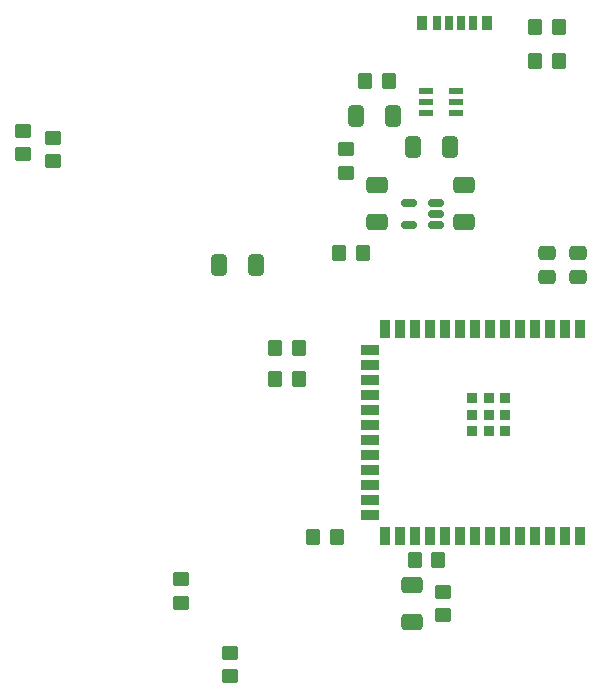
<source format=gbr>
%TF.GenerationSoftware,KiCad,Pcbnew,8.0.8*%
%TF.CreationDate,2025-03-31T15:53:02-05:00*%
%TF.ProjectId,Final Project V1,46696e61-6c20-4507-926f-6a6563742056,rev?*%
%TF.SameCoordinates,Original*%
%TF.FileFunction,Paste,Top*%
%TF.FilePolarity,Positive*%
%FSLAX46Y46*%
G04 Gerber Fmt 4.6, Leading zero omitted, Abs format (unit mm)*
G04 Created by KiCad (PCBNEW 8.0.8) date 2025-03-31 15:53:02*
%MOMM*%
%LPD*%
G01*
G04 APERTURE LIST*
G04 Aperture macros list*
%AMRoundRect*
0 Rectangle with rounded corners*
0 $1 Rounding radius*
0 $2 $3 $4 $5 $6 $7 $8 $9 X,Y pos of 4 corners*
0 Add a 4 corners polygon primitive as box body*
4,1,4,$2,$3,$4,$5,$6,$7,$8,$9,$2,$3,0*
0 Add four circle primitives for the rounded corners*
1,1,$1+$1,$2,$3*
1,1,$1+$1,$4,$5*
1,1,$1+$1,$6,$7*
1,1,$1+$1,$8,$9*
0 Add four rect primitives between the rounded corners*
20,1,$1+$1,$2,$3,$4,$5,0*
20,1,$1+$1,$4,$5,$6,$7,0*
20,1,$1+$1,$6,$7,$8,$9,0*
20,1,$1+$1,$8,$9,$2,$3,0*%
G04 Aperture macros list end*
%ADD10RoundRect,0.250000X0.350000X0.450000X-0.350000X0.450000X-0.350000X-0.450000X0.350000X-0.450000X0*%
%ADD11RoundRect,0.072500X0.532500X0.217500X-0.532500X0.217500X-0.532500X-0.217500X0.532500X-0.217500X0*%
%ADD12RoundRect,0.250000X0.450000X-0.350000X0.450000X0.350000X-0.450000X0.350000X-0.450000X-0.350000X0*%
%ADD13RoundRect,0.250000X0.650000X-0.412500X0.650000X0.412500X-0.650000X0.412500X-0.650000X-0.412500X0*%
%ADD14R,0.700000X1.150000*%
%ADD15R,0.800000X1.150000*%
%ADD16R,0.900000X1.150000*%
%ADD17RoundRect,0.250000X-0.350000X-0.450000X0.350000X-0.450000X0.350000X0.450000X-0.350000X0.450000X0*%
%ADD18RoundRect,0.250000X-0.475000X0.337500X-0.475000X-0.337500X0.475000X-0.337500X0.475000X0.337500X0*%
%ADD19RoundRect,0.250000X-0.412500X-0.650000X0.412500X-0.650000X0.412500X0.650000X-0.412500X0.650000X0*%
%ADD20RoundRect,0.250000X-0.450000X0.350000X-0.450000X-0.350000X0.450000X-0.350000X0.450000X0.350000X0*%
%ADD21RoundRect,0.250000X0.412500X0.650000X-0.412500X0.650000X-0.412500X-0.650000X0.412500X-0.650000X0*%
%ADD22RoundRect,0.150000X0.512500X0.150000X-0.512500X0.150000X-0.512500X-0.150000X0.512500X-0.150000X0*%
%ADD23R,0.900000X0.900000*%
%ADD24R,0.900000X1.500000*%
%ADD25R,1.500000X0.900000*%
G04 APERTURE END LIST*
D10*
%TO.C,R3*%
X187200000Y-105400000D03*
X185200000Y-105400000D03*
%TD*%
D11*
%TO.C,U3*%
X200455000Y-82950000D03*
X200455000Y-82000000D03*
X200455000Y-81050000D03*
X197945000Y-81050000D03*
X197945000Y-82000000D03*
X197945000Y-82950000D03*
%TD*%
D10*
%TO.C,R18*%
X209200000Y-75600000D03*
X207200000Y-75600000D03*
%TD*%
D12*
%TO.C,R9*%
X166400000Y-87000000D03*
X166400000Y-85000000D03*
%TD*%
D13*
%TO.C,C1*%
X193800000Y-92162500D03*
X193800000Y-89037500D03*
%TD*%
%TO.C,C6*%
X196775000Y-126012500D03*
X196775000Y-122887500D03*
%TD*%
D12*
%TO.C,R10*%
X199375000Y-125450000D03*
X199375000Y-123450000D03*
%TD*%
D10*
%TO.C,R16*%
X199000000Y-120800000D03*
X197000000Y-120800000D03*
%TD*%
D14*
%TO.C,USB-C1*%
X200900000Y-75305000D03*
D15*
X198880000Y-75305000D03*
D16*
X197650000Y-75305000D03*
D14*
X199900000Y-75305000D03*
D15*
X201920000Y-75305000D03*
D16*
X203150000Y-75305000D03*
%TD*%
D17*
%TO.C,R6*%
X185200000Y-102800000D03*
X187200000Y-102800000D03*
%TD*%
D12*
%TO.C,R8*%
X177200000Y-124400000D03*
X177200000Y-122400000D03*
%TD*%
%TO.C,R5*%
X181400000Y-130600000D03*
X181400000Y-128600000D03*
%TD*%
D18*
%TO.C,C5*%
X208200000Y-94762500D03*
X208200000Y-96837500D03*
%TD*%
D17*
%TO.C,R15*%
X190600000Y-94800000D03*
X192600000Y-94800000D03*
%TD*%
D19*
%TO.C,C4*%
X196837500Y-85800000D03*
X199962500Y-85800000D03*
%TD*%
D12*
%TO.C,R7*%
X163800000Y-86400000D03*
X163800000Y-84400000D03*
%TD*%
D17*
%TO.C,R1*%
X192800000Y-80200000D03*
X194800000Y-80200000D03*
%TD*%
D13*
%TO.C,C2*%
X201200000Y-92162500D03*
X201200000Y-89037500D03*
%TD*%
D20*
%TO.C,R2*%
X191200000Y-86000000D03*
X191200000Y-88000000D03*
%TD*%
D21*
%TO.C,C9*%
X183562500Y-95800000D03*
X180437500Y-95800000D03*
%TD*%
D10*
%TO.C,R17*%
X209200000Y-78550000D03*
X207200000Y-78550000D03*
%TD*%
D21*
%TO.C,C3*%
X195162500Y-83200000D03*
X192037500Y-83200000D03*
%TD*%
D22*
%TO.C,U1*%
X198800000Y-92400000D03*
X198800000Y-91450000D03*
X198800000Y-90500000D03*
X196525000Y-90500000D03*
X196525000Y-92400000D03*
%TD*%
D18*
%TO.C,C10*%
X210800000Y-94762500D03*
X210800000Y-96837500D03*
%TD*%
D10*
%TO.C,R4*%
X190400000Y-118800000D03*
X188400000Y-118800000D03*
%TD*%
D23*
%TO.C,U2*%
X204680000Y-107050000D03*
X203280000Y-107050000D03*
X201880000Y-107050000D03*
X204680000Y-108450000D03*
X203280000Y-108450000D03*
X201880000Y-108450000D03*
X204680000Y-109850000D03*
X203280000Y-109850000D03*
X201880000Y-109850000D03*
D24*
X211000000Y-101200000D03*
X209730000Y-101200000D03*
X208460000Y-101200000D03*
X207190000Y-101200000D03*
X205920000Y-101200000D03*
X204650000Y-101200000D03*
X203380000Y-101200000D03*
X202110000Y-101200000D03*
X200840000Y-101200000D03*
X199570000Y-101200000D03*
X198300000Y-101200000D03*
X197030000Y-101200000D03*
X195760000Y-101200000D03*
X194490000Y-101200000D03*
D25*
X193240000Y-102965000D03*
X193240000Y-104235000D03*
X193240000Y-105505000D03*
X193240000Y-106775000D03*
X193240000Y-108045000D03*
X193240000Y-109315000D03*
X193240000Y-110585000D03*
X193240000Y-111855000D03*
X193240000Y-113125000D03*
X193240000Y-114395000D03*
X193240000Y-115665000D03*
X193240000Y-116935000D03*
D24*
X194490000Y-118700000D03*
X195760000Y-118700000D03*
X197030000Y-118700000D03*
X198300000Y-118700000D03*
X199570000Y-118700000D03*
X200840000Y-118700000D03*
X202110000Y-118700000D03*
X203380000Y-118700000D03*
X204650000Y-118700000D03*
X205920000Y-118700000D03*
X207190000Y-118700000D03*
X208460000Y-118700000D03*
X209730000Y-118700000D03*
X211000000Y-118700000D03*
%TD*%
M02*

</source>
